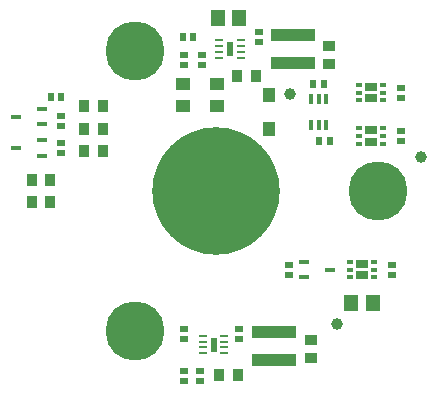
<source format=gbr>
G04 Layer_Color=255*
%FSLAX25Y25*%
%MOIN*%
%TF.FileFunction,Pads,Top*%
%TF.Part,Single*%
G01*
G75*
%TA.AperFunction,SMDPad*%
%ADD10R,0.03661X0.03858*%
%TA.AperFunction,SMDPad*%
%ADD11R,0.02559X0.02362*%
%TA.AperFunction,SMDPad*%
%ADD12R,0.03543X0.01575*%
%TA.AperFunction,SMDPad*%
%ADD13R,0.02362X0.02559*%
%TA.AperFunction,SMDPad*%
%ADD14R,0.04921X0.03937*%
%TA.AperFunction,SMDPad*%
%ADD15R,0.03937X0.04921*%
%TA.AperFunction,SMDPad*%
%ADD16R,0.01575X0.03543*%
%TA.AperFunction,SMDPad*%
%ADD17R,0.01950X0.01378*%
%TA.AperFunction,SMDPad*%
%ADD18R,0.04331X0.02756*%
%TA.AperFunction,SMDPad*%
%ADD19R,0.04567X0.05787*%
%TA.AperFunction,SMDPad*%
%ADD20R,0.03150X0.00984*%
%TA.AperFunction,SMDPad*%
%ADD21R,0.02362X0.04724*%
%TA.AperFunction,SMDPad*%
%ADD22R,0.03858X0.03661*%
%TA.AperFunction,SMDPad*%
%ADD23R,0.14567X0.03858*%
%TA.AperFunction,ConnectorPad*%
%ADD24C,0.03937*%
%TA.AperFunction,ConnectorPad*%
%ADD30C,0.42520*%
%TA.AperFunction,ConnectorPad*%
%ADD31C,0.19685*%
D10*
X48531Y99500D02*
D03*
X42469D02*
D03*
X42469Y107000D02*
D03*
X48531D02*
D03*
X42469Y114500D02*
D03*
X48531D02*
D03*
X99532Y124500D02*
D03*
X93468D02*
D03*
X31032Y90000D02*
D03*
X24969D02*
D03*
X93532Y25000D02*
D03*
X87468D02*
D03*
X31032Y82500D02*
D03*
X24969D02*
D03*
D11*
X34500Y102173D02*
D03*
Y98827D02*
D03*
Y111173D02*
D03*
Y107827D02*
D03*
X148000Y120673D02*
D03*
Y117327D02*
D03*
Y106173D02*
D03*
Y102827D02*
D03*
X81500Y131673D02*
D03*
Y128327D02*
D03*
X75500Y131673D02*
D03*
Y128327D02*
D03*
X100500Y139173D02*
D03*
Y135827D02*
D03*
X110500Y61673D02*
D03*
Y58327D02*
D03*
X75500Y26173D02*
D03*
Y22827D02*
D03*
X81000Y26173D02*
D03*
Y22827D02*
D03*
X75500Y36827D02*
D03*
Y40173D02*
D03*
X94000Y36827D02*
D03*
Y40173D02*
D03*
X145000Y58327D02*
D03*
Y61673D02*
D03*
D12*
X28429Y97941D02*
D03*
Y103059D02*
D03*
X19571Y100500D02*
D03*
X28429Y108441D02*
D03*
Y113559D02*
D03*
X19571Y111000D02*
D03*
X124429Y60000D02*
D03*
X115571Y57441D02*
D03*
Y62559D02*
D03*
D13*
X34673Y117500D02*
D03*
X31327D02*
D03*
X120827Y103000D02*
D03*
X124173D02*
D03*
X122173Y122000D02*
D03*
X118827D02*
D03*
X78673Y137500D02*
D03*
X75327D02*
D03*
D14*
X86807Y114500D02*
D03*
X75193D02*
D03*
Y122000D02*
D03*
X86807D02*
D03*
D15*
X104000Y106693D02*
D03*
Y118307D02*
D03*
D16*
X117941Y116929D02*
D03*
X120500D02*
D03*
X123059D02*
D03*
Y108071D02*
D03*
X120500D02*
D03*
X117941D02*
D03*
D17*
X141939Y116440D02*
D03*
Y119000D02*
D03*
Y121560D02*
D03*
X134061D02*
D03*
Y119000D02*
D03*
Y116440D02*
D03*
Y107060D02*
D03*
Y104500D02*
D03*
Y101940D02*
D03*
X141939D02*
D03*
Y104500D02*
D03*
Y107060D02*
D03*
X138939Y57440D02*
D03*
Y60000D02*
D03*
Y62560D02*
D03*
X131061D02*
D03*
Y60000D02*
D03*
Y57440D02*
D03*
D18*
X138000Y120961D02*
D03*
X138001Y117041D02*
D03*
X138000Y102539D02*
D03*
X137999Y106459D02*
D03*
X135000Y61961D02*
D03*
X135001Y58041D02*
D03*
D19*
X94004Y144000D02*
D03*
X86996D02*
D03*
X131496Y49000D02*
D03*
X138504D02*
D03*
D20*
X94661Y130547D02*
D03*
Y132516D02*
D03*
Y134484D02*
D03*
Y136453D02*
D03*
X87339Y130547D02*
D03*
Y132516D02*
D03*
Y134484D02*
D03*
Y136453D02*
D03*
X89161Y32047D02*
D03*
Y34016D02*
D03*
Y35984D02*
D03*
Y37953D02*
D03*
X81839Y32047D02*
D03*
Y34016D02*
D03*
Y35984D02*
D03*
Y37953D02*
D03*
D21*
X91000Y133500D02*
D03*
X85500Y35000D02*
D03*
D22*
X124000Y128469D02*
D03*
Y134531D02*
D03*
X118000Y30468D02*
D03*
Y36531D02*
D03*
D23*
X112000Y128835D02*
D03*
Y138165D02*
D03*
X105500Y29835D02*
D03*
Y39165D02*
D03*
D24*
X111000Y118500D02*
D03*
X154500Y97500D02*
D03*
X126500Y42000D02*
D03*
D30*
X86201Y86201D02*
D03*
D31*
X59183Y39405D02*
D03*
X140236Y86201D02*
D03*
X59183Y132997D02*
D03*
%TF.MD5,731B24190B6C6E21C076AAB8DE1C794F*%
M02*

</source>
